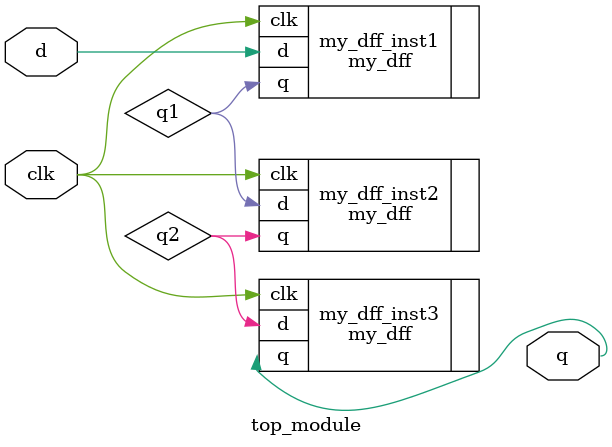
<source format=v>
module top_module ( input clk, input d, output q );
    wire q1,q2;
    
    my_dff my_dff_inst1(
        .clk	(clk),
        .d		(d),
        
        .q		(q1)
    );
    
     my_dff my_dff_inst2(
        .clk	(clk),
         .d		(q1),
        
         .q		(q2)
    );
    
        my_dff my_dff_inst3(
        .clk	(clk),
        .d		(q2),
        
        .q		(q)
    );
endmodule

</source>
